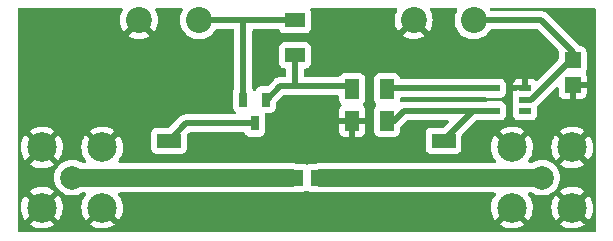
<source format=gtl>
G04 #@! TF.GenerationSoftware,KiCad,Pcbnew,(6.0.7)*
G04 #@! TF.CreationDate,2022-10-20T22:45:04-03:00*
G04 #@! TF.ProjectId,BIAS-T,42494153-2d54-42e6-9b69-6361645f7063,rev?*
G04 #@! TF.SameCoordinates,Original*
G04 #@! TF.FileFunction,Copper,L1,Top*
G04 #@! TF.FilePolarity,Positive*
%FSLAX46Y46*%
G04 Gerber Fmt 4.6, Leading zero omitted, Abs format (unit mm)*
G04 Created by KiCad (PCBNEW (6.0.7)) date 2022-10-20 22:45:04*
%MOMM*%
%LPD*%
G01*
G04 APERTURE LIST*
G04 #@! TA.AperFunction,SMDPad,CuDef*
%ADD10R,0.700000X1.250000*%
G04 #@! TD*
G04 #@! TA.AperFunction,SMDPad,CuDef*
%ADD11R,1.701000X1.208000*%
G04 #@! TD*
G04 #@! TA.AperFunction,SMDPad,CuDef*
%ADD12R,1.410000X1.350000*%
G04 #@! TD*
G04 #@! TA.AperFunction,ComponentPad*
%ADD13C,2.000000*%
G04 #@! TD*
G04 #@! TA.AperFunction,ComponentPad*
%ADD14C,2.500000*%
G04 #@! TD*
G04 #@! TA.AperFunction,SMDPad,CuDef*
%ADD15R,1.000000X0.600000*%
G04 #@! TD*
G04 #@! TA.AperFunction,SMDPad,CuDef*
%ADD16R,1.350000X1.410000*%
G04 #@! TD*
G04 #@! TA.AperFunction,SMDPad,CuDef*
%ADD17R,1.208000X1.701000*%
G04 #@! TD*
G04 #@! TA.AperFunction,ComponentPad*
%ADD18C,2.200000*%
G04 #@! TD*
G04 #@! TA.AperFunction,SMDPad,CuDef*
%ADD19R,2.000000X1.200000*%
G04 #@! TD*
G04 #@! TA.AperFunction,Conductor*
%ADD20C,1.500000*%
G04 #@! TD*
G04 #@! TA.AperFunction,Conductor*
%ADD21C,0.250000*%
G04 #@! TD*
G04 #@! TA.AperFunction,Conductor*
%ADD22C,0.500000*%
G04 #@! TD*
G04 APERTURE END LIST*
D10*
X146619000Y-97933000D03*
X144719000Y-97933000D03*
X145669000Y-99933000D03*
D11*
X149098000Y-91205000D03*
X149098000Y-94163000D03*
D12*
X149065000Y-104521000D03*
X151125000Y-104521000D03*
D13*
X130216500Y-104521000D03*
D14*
X127666500Y-101971000D03*
X127666500Y-107071000D03*
X132766500Y-107071000D03*
X132766500Y-101971000D03*
D15*
X168559000Y-98867000D03*
X168559000Y-97917000D03*
X168559000Y-96967000D03*
X165959000Y-96967000D03*
X165959000Y-98867000D03*
D16*
X172593000Y-96661000D03*
X172593000Y-94601000D03*
D17*
X156882000Y-97028000D03*
X153924000Y-97028000D03*
D18*
X140970000Y-91205000D03*
X135890000Y-91205000D03*
D17*
X153924000Y-99695000D03*
X156882000Y-99695000D03*
D13*
X170011500Y-104521000D03*
D14*
X172561500Y-107071000D03*
X172561500Y-101971000D03*
X167461500Y-101971000D03*
X167461500Y-107071000D03*
D19*
X138430000Y-101397000D03*
X138430000Y-104521000D03*
X161671000Y-101397000D03*
X161671000Y-104521000D03*
D18*
X164211000Y-91205000D03*
X159131000Y-91205000D03*
D20*
X161671000Y-104521000D02*
X170053000Y-104521000D01*
X161671000Y-104521000D02*
X151257000Y-104521000D01*
X138430000Y-104521000D02*
X148717000Y-104521000D01*
X138430000Y-104521000D02*
X130175000Y-104521000D01*
D21*
X130216500Y-104521000D02*
X130175000Y-104521000D01*
X130216500Y-104521000D02*
X130216500Y-104479500D01*
X130216500Y-104479500D02*
X130302000Y-104394000D01*
D22*
X164150000Y-98867000D02*
X158308000Y-98867000D01*
X168559000Y-97917000D02*
X168529000Y-97917000D01*
X172593000Y-93853000D02*
X172593000Y-94615000D01*
X172615000Y-94361000D02*
X172720000Y-94361000D01*
X169059000Y-97917000D02*
X172615000Y-94361000D01*
X157353000Y-99822000D02*
X156845000Y-99822000D01*
X158308000Y-98867000D02*
X157353000Y-99822000D01*
X164211000Y-91186000D02*
X169926000Y-91186000D01*
X168529000Y-97917000D02*
X169059000Y-97917000D01*
X164150000Y-98867000D02*
X161544000Y-101473000D01*
X165959000Y-98867000D02*
X164150000Y-98867000D01*
X169926000Y-91186000D02*
X172593000Y-93853000D01*
X140970000Y-91205000D02*
X149079000Y-91205000D01*
X149079000Y-91205000D02*
X149098000Y-91186000D01*
X144719000Y-97933000D02*
X144719000Y-91252000D01*
X139843000Y-99933000D02*
X138303000Y-101473000D01*
X145669000Y-99933000D02*
X139843000Y-99933000D01*
X149098000Y-94443000D02*
X149098000Y-96647000D01*
X147828000Y-96774000D02*
X146685000Y-97917000D01*
X153797000Y-97028000D02*
X153543000Y-96774000D01*
X153543000Y-96774000D02*
X147828000Y-96774000D01*
X157287000Y-96967000D02*
X157353000Y-96901000D01*
X165959000Y-96967000D02*
X157287000Y-96967000D01*
G04 #@! TA.AperFunction,Conductor*
G36*
X134481167Y-90190502D02*
G01*
X134527660Y-90244158D01*
X134537764Y-90314432D01*
X134520479Y-90362335D01*
X134455417Y-90468506D01*
X134450936Y-90477300D01*
X134357866Y-90701991D01*
X134354817Y-90711376D01*
X134298041Y-90947863D01*
X134296498Y-90957610D01*
X134277416Y-91200070D01*
X134277416Y-91209930D01*
X134296498Y-91452390D01*
X134298041Y-91462137D01*
X134354817Y-91698624D01*
X134357866Y-91708009D01*
X134450936Y-91932700D01*
X134455417Y-91941494D01*
X134574713Y-92136167D01*
X134585170Y-92145627D01*
X134593946Y-92141844D01*
X135800905Y-90934885D01*
X135863217Y-90900859D01*
X135934032Y-90905924D01*
X135979095Y-90934885D01*
X137183010Y-92138800D01*
X137195390Y-92145560D01*
X137203040Y-92139833D01*
X137324583Y-91941494D01*
X137329064Y-91932700D01*
X137422134Y-91708009D01*
X137425183Y-91698624D01*
X137481959Y-91462137D01*
X137483502Y-91452390D01*
X137502584Y-91209930D01*
X137502584Y-91200070D01*
X137483502Y-90957610D01*
X137481959Y-90947863D01*
X137425183Y-90711376D01*
X137422134Y-90701991D01*
X137329064Y-90477300D01*
X137324583Y-90468506D01*
X137259521Y-90362335D01*
X137240983Y-90293802D01*
X137262439Y-90226125D01*
X137317078Y-90180792D01*
X137366954Y-90170500D01*
X139492459Y-90170500D01*
X139560580Y-90190502D01*
X139607073Y-90244158D01*
X139617177Y-90314432D01*
X139599892Y-90362335D01*
X139561270Y-90425360D01*
X139532384Y-90472498D01*
X139530491Y-90477068D01*
X139530489Y-90477072D01*
X139466745Y-90630965D01*
X139435495Y-90706409D01*
X139376391Y-90952597D01*
X139356526Y-91205000D01*
X139376391Y-91457403D01*
X139435495Y-91703591D01*
X139437388Y-91708162D01*
X139437389Y-91708164D01*
X139527916Y-91926715D01*
X139532384Y-91937502D01*
X139664672Y-92153376D01*
X139829102Y-92345898D01*
X140021624Y-92510328D01*
X140237498Y-92642616D01*
X140242068Y-92644509D01*
X140242072Y-92644511D01*
X140466836Y-92737611D01*
X140471409Y-92739505D01*
X140556032Y-92759821D01*
X140712784Y-92797454D01*
X140712790Y-92797455D01*
X140717597Y-92798609D01*
X140970000Y-92818474D01*
X141222403Y-92798609D01*
X141227210Y-92797455D01*
X141227216Y-92797454D01*
X141383968Y-92759821D01*
X141468591Y-92739505D01*
X141473164Y-92737611D01*
X141697928Y-92644511D01*
X141697932Y-92644509D01*
X141702502Y-92642616D01*
X141918376Y-92510328D01*
X142110898Y-92345898D01*
X142275328Y-92153376D01*
X142354815Y-92023665D01*
X142407463Y-91976034D01*
X142462248Y-91963500D01*
X143834500Y-91963500D01*
X143902621Y-91983502D01*
X143949114Y-92037158D01*
X143960500Y-92089500D01*
X143960500Y-96963126D01*
X143940498Y-97031247D01*
X143935339Y-97038673D01*
X143918385Y-97061295D01*
X143867255Y-97197684D01*
X143860500Y-97259866D01*
X143860500Y-98606134D01*
X143867255Y-98668316D01*
X143918385Y-98804705D01*
X144005739Y-98921261D01*
X144012919Y-98926642D01*
X144040982Y-98947674D01*
X144083497Y-99004533D01*
X144088523Y-99075351D01*
X144054463Y-99137645D01*
X143992132Y-99171635D01*
X143965417Y-99174500D01*
X139910070Y-99174500D01*
X139891120Y-99173067D01*
X139876885Y-99170901D01*
X139876881Y-99170901D01*
X139869651Y-99169801D01*
X139862359Y-99170394D01*
X139862356Y-99170394D01*
X139816982Y-99174085D01*
X139806767Y-99174500D01*
X139798707Y-99174500D01*
X139795073Y-99174924D01*
X139795067Y-99174924D01*
X139782042Y-99176443D01*
X139770480Y-99177791D01*
X139766132Y-99178221D01*
X139693364Y-99184140D01*
X139686403Y-99186395D01*
X139680463Y-99187582D01*
X139674588Y-99188971D01*
X139667319Y-99189818D01*
X139598670Y-99214736D01*
X139594542Y-99216153D01*
X139532064Y-99236393D01*
X139532062Y-99236394D01*
X139525101Y-99238649D01*
X139518846Y-99242445D01*
X139513372Y-99244951D01*
X139507942Y-99247670D01*
X139501063Y-99250167D01*
X139494943Y-99254180D01*
X139494942Y-99254180D01*
X139440024Y-99290186D01*
X139436320Y-99292523D01*
X139373893Y-99330405D01*
X139365516Y-99337803D01*
X139365492Y-99337776D01*
X139362500Y-99340429D01*
X139359267Y-99343132D01*
X139353148Y-99347144D01*
X139348116Y-99352456D01*
X139299872Y-99403383D01*
X139297494Y-99405825D01*
X138451724Y-100251595D01*
X138389412Y-100285621D01*
X138362629Y-100288500D01*
X137381866Y-100288500D01*
X137319684Y-100295255D01*
X137183295Y-100346385D01*
X137066739Y-100433739D01*
X136979385Y-100550295D01*
X136928255Y-100686684D01*
X136921500Y-100748866D01*
X136921500Y-102045134D01*
X136928255Y-102107316D01*
X136979385Y-102243705D01*
X137066739Y-102360261D01*
X137183295Y-102447615D01*
X137319684Y-102498745D01*
X137381866Y-102505500D01*
X139478134Y-102505500D01*
X139540316Y-102498745D01*
X139676705Y-102447615D01*
X139793261Y-102360261D01*
X139880615Y-102243705D01*
X139931745Y-102107316D01*
X139938500Y-102045134D01*
X139938500Y-100962371D01*
X139958502Y-100894250D01*
X139975405Y-100873276D01*
X140120276Y-100728405D01*
X140182588Y-100694379D01*
X140209371Y-100691500D01*
X144738618Y-100691500D01*
X144806739Y-100711502D01*
X144853232Y-100765158D01*
X144856599Y-100773269D01*
X144865231Y-100796293D01*
X144868385Y-100804705D01*
X144955739Y-100921261D01*
X145072295Y-101008615D01*
X145208684Y-101059745D01*
X145270866Y-101066500D01*
X146067134Y-101066500D01*
X146129316Y-101059745D01*
X146265705Y-101008615D01*
X146382261Y-100921261D01*
X146469615Y-100804705D01*
X146520745Y-100668316D01*
X146527500Y-100606134D01*
X146527500Y-100590169D01*
X152812001Y-100590169D01*
X152812371Y-100596990D01*
X152817895Y-100647852D01*
X152821521Y-100663104D01*
X152866676Y-100783554D01*
X152875214Y-100799149D01*
X152951715Y-100901224D01*
X152964276Y-100913785D01*
X153066351Y-100990286D01*
X153081946Y-100998824D01*
X153202394Y-101043978D01*
X153217649Y-101047605D01*
X153268514Y-101053131D01*
X153275328Y-101053500D01*
X153651885Y-101053500D01*
X153667124Y-101049025D01*
X153668329Y-101047635D01*
X153670000Y-101039952D01*
X153670000Y-101035384D01*
X154178000Y-101035384D01*
X154182475Y-101050623D01*
X154183865Y-101051828D01*
X154191548Y-101053499D01*
X154572669Y-101053499D01*
X154579490Y-101053129D01*
X154630352Y-101047605D01*
X154645604Y-101043979D01*
X154766054Y-100998824D01*
X154781649Y-100990286D01*
X154883724Y-100913785D01*
X154896285Y-100901224D01*
X154972786Y-100799149D01*
X154981324Y-100783554D01*
X155026478Y-100663106D01*
X155030105Y-100647851D01*
X155035631Y-100596986D01*
X155035813Y-100593634D01*
X155769500Y-100593634D01*
X155776255Y-100655816D01*
X155827385Y-100792205D01*
X155914739Y-100908761D01*
X156031295Y-100996115D01*
X156167684Y-101047245D01*
X156229866Y-101054000D01*
X157534134Y-101054000D01*
X157596316Y-101047245D01*
X157732705Y-100996115D01*
X157849261Y-100908761D01*
X157936615Y-100792205D01*
X157987745Y-100655816D01*
X157994500Y-100593634D01*
X157994500Y-100305371D01*
X158014502Y-100237250D01*
X158031405Y-100216276D01*
X158585276Y-99662405D01*
X158647588Y-99628379D01*
X158674371Y-99625500D01*
X162014629Y-99625500D01*
X162082750Y-99645502D01*
X162129243Y-99699158D01*
X162139347Y-99769432D01*
X162109853Y-99834012D01*
X162103724Y-99840595D01*
X161692724Y-100251595D01*
X161630412Y-100285621D01*
X161603629Y-100288500D01*
X160622866Y-100288500D01*
X160560684Y-100295255D01*
X160424295Y-100346385D01*
X160307739Y-100433739D01*
X160220385Y-100550295D01*
X160169255Y-100686684D01*
X160162500Y-100748866D01*
X160162500Y-102045134D01*
X160169255Y-102107316D01*
X160220385Y-102243705D01*
X160307739Y-102360261D01*
X160424295Y-102447615D01*
X160560684Y-102498745D01*
X160622866Y-102505500D01*
X162719134Y-102505500D01*
X162781316Y-102498745D01*
X162917705Y-102447615D01*
X163034261Y-102360261D01*
X163121615Y-102243705D01*
X163172745Y-102107316D01*
X163179500Y-102045134D01*
X163179500Y-100962371D01*
X163199502Y-100894250D01*
X163216405Y-100873276D01*
X163529878Y-100559803D01*
X166414716Y-100559803D01*
X166419289Y-100569579D01*
X167448688Y-101598978D01*
X167462632Y-101606592D01*
X167464465Y-101606461D01*
X167471080Y-101602210D01*
X168499919Y-100573371D01*
X168506303Y-100561681D01*
X168504844Y-100559803D01*
X171514716Y-100559803D01*
X171519289Y-100569579D01*
X172548688Y-101598978D01*
X172562632Y-101606592D01*
X172564465Y-101606461D01*
X172571080Y-101602210D01*
X173599919Y-100573371D01*
X173606303Y-100561681D01*
X173596891Y-100549570D01*
X173460093Y-100454670D01*
X173452065Y-100449942D01*
X173226093Y-100338505D01*
X173217460Y-100335017D01*
X172977498Y-100258205D01*
X172968438Y-100256029D01*
X172719760Y-100215529D01*
X172710473Y-100214717D01*
X172458553Y-100211419D01*
X172449242Y-100211989D01*
X172199597Y-100245964D01*
X172190478Y-100247902D01*
X171948598Y-100318404D01*
X171939867Y-100321667D01*
X171711058Y-100427151D01*
X171702906Y-100431670D01*
X171523853Y-100549062D01*
X171514716Y-100559803D01*
X168504844Y-100559803D01*
X168496891Y-100549570D01*
X168360093Y-100454670D01*
X168352065Y-100449942D01*
X168126093Y-100338505D01*
X168117460Y-100335017D01*
X167877498Y-100258205D01*
X167868438Y-100256029D01*
X167619760Y-100215529D01*
X167610473Y-100214717D01*
X167358553Y-100211419D01*
X167349242Y-100211989D01*
X167099597Y-100245964D01*
X167090478Y-100247902D01*
X166848598Y-100318404D01*
X166839867Y-100321667D01*
X166611058Y-100427151D01*
X166602906Y-100431670D01*
X166423853Y-100549062D01*
X166414716Y-100559803D01*
X163529878Y-100559803D01*
X164427276Y-99662405D01*
X164489588Y-99628379D01*
X164516371Y-99625500D01*
X165210487Y-99625500D01*
X165254716Y-99633518D01*
X165341289Y-99665973D01*
X165341291Y-99665973D01*
X165348684Y-99668745D01*
X165356532Y-99669598D01*
X165356534Y-99669598D01*
X165407469Y-99675131D01*
X165410866Y-99675500D01*
X166507134Y-99675500D01*
X166569316Y-99668745D01*
X166705705Y-99617615D01*
X166822261Y-99530261D01*
X166909615Y-99413705D01*
X166960745Y-99277316D01*
X166967500Y-99215134D01*
X166967500Y-98518866D01*
X166960745Y-98456684D01*
X166909615Y-98320295D01*
X166822261Y-98203739D01*
X166705705Y-98116385D01*
X166569316Y-98065255D01*
X166507134Y-98058500D01*
X165410866Y-98058500D01*
X165407469Y-98058869D01*
X165356534Y-98064402D01*
X165356532Y-98064402D01*
X165348684Y-98065255D01*
X165341291Y-98068027D01*
X165341289Y-98068027D01*
X165254716Y-98100482D01*
X165210487Y-98108500D01*
X164217070Y-98108500D01*
X164198120Y-98107067D01*
X164183885Y-98104901D01*
X164183881Y-98104901D01*
X164176651Y-98103801D01*
X164169359Y-98104394D01*
X164169356Y-98104394D01*
X164123982Y-98108085D01*
X164113767Y-98108500D01*
X158375070Y-98108500D01*
X158356120Y-98107067D01*
X158341885Y-98104901D01*
X158341881Y-98104901D01*
X158334651Y-98103801D01*
X158327359Y-98104394D01*
X158327356Y-98104394D01*
X158281982Y-98108085D01*
X158271767Y-98108500D01*
X158263707Y-98108500D01*
X158260073Y-98108924D01*
X158260067Y-98108924D01*
X158247042Y-98110443D01*
X158235480Y-98111791D01*
X158231132Y-98112221D01*
X158158364Y-98118140D01*
X158151402Y-98120396D01*
X158145449Y-98121585D01*
X158142290Y-98122332D01*
X158140078Y-98122214D01*
X158133181Y-98123717D01*
X158132707Y-98123773D01*
X158132257Y-98123825D01*
X158132020Y-98121782D01*
X158071395Y-98118538D01*
X158013805Y-98077018D01*
X157987805Y-98010953D01*
X157988040Y-97986105D01*
X157994131Y-97930033D01*
X157994131Y-97930029D01*
X157994500Y-97926634D01*
X157994500Y-97851500D01*
X158014502Y-97783379D01*
X158068158Y-97736886D01*
X158120500Y-97725500D01*
X165210487Y-97725500D01*
X165254716Y-97733518D01*
X165341289Y-97765973D01*
X165341291Y-97765973D01*
X165348684Y-97768745D01*
X165356532Y-97769598D01*
X165356534Y-97769598D01*
X165407469Y-97775131D01*
X165410866Y-97775500D01*
X166507134Y-97775500D01*
X166569316Y-97768745D01*
X166705705Y-97717615D01*
X166822261Y-97630261D01*
X166909615Y-97513705D01*
X166960745Y-97377316D01*
X166967500Y-97315134D01*
X166967500Y-96694885D01*
X167551000Y-96694885D01*
X167555475Y-96710124D01*
X167556865Y-96711329D01*
X167564548Y-96713000D01*
X168286885Y-96713000D01*
X168302124Y-96708525D01*
X168303329Y-96707135D01*
X168305000Y-96699452D01*
X168305000Y-96177116D01*
X168300525Y-96161877D01*
X168299135Y-96160672D01*
X168291452Y-96159001D01*
X168014331Y-96159001D01*
X168007510Y-96159371D01*
X167956648Y-96164895D01*
X167941396Y-96168521D01*
X167820946Y-96213676D01*
X167805351Y-96222214D01*
X167703276Y-96298715D01*
X167690715Y-96311276D01*
X167614214Y-96413351D01*
X167605676Y-96428946D01*
X167560522Y-96549394D01*
X167556895Y-96564649D01*
X167551369Y-96615514D01*
X167551000Y-96622328D01*
X167551000Y-96694885D01*
X166967500Y-96694885D01*
X166967500Y-96618866D01*
X166960745Y-96556684D01*
X166909615Y-96420295D01*
X166822261Y-96303739D01*
X166705705Y-96216385D01*
X166569316Y-96165255D01*
X166507134Y-96158500D01*
X165410866Y-96158500D01*
X165407469Y-96158869D01*
X165356534Y-96164402D01*
X165356532Y-96164402D01*
X165348684Y-96165255D01*
X165341291Y-96168027D01*
X165341289Y-96168027D01*
X165254716Y-96200482D01*
X165210487Y-96208500D01*
X158116150Y-96208500D01*
X158048029Y-96188498D01*
X158001536Y-96134842D01*
X157990887Y-96096107D01*
X157988599Y-96075040D01*
X157988598Y-96075036D01*
X157987745Y-96067184D01*
X157936615Y-95930795D01*
X157849261Y-95814239D01*
X157732705Y-95726885D01*
X157596316Y-95675755D01*
X157534134Y-95669000D01*
X156229866Y-95669000D01*
X156167684Y-95675755D01*
X156031295Y-95726885D01*
X155914739Y-95814239D01*
X155827385Y-95930795D01*
X155776255Y-96067184D01*
X155769500Y-96129366D01*
X155769500Y-97926634D01*
X155776255Y-97988816D01*
X155827385Y-98125205D01*
X155914739Y-98241761D01*
X155939975Y-98260674D01*
X155982490Y-98317532D01*
X155987516Y-98388351D01*
X155953457Y-98450644D01*
X155939979Y-98462322D01*
X155914739Y-98481239D01*
X155827385Y-98597795D01*
X155776255Y-98734184D01*
X155769500Y-98796366D01*
X155769500Y-100593634D01*
X155035813Y-100593634D01*
X155036000Y-100590172D01*
X155036000Y-99967115D01*
X155031525Y-99951876D01*
X155030135Y-99950671D01*
X155022452Y-99949000D01*
X154196115Y-99949000D01*
X154180876Y-99953475D01*
X154179671Y-99954865D01*
X154178000Y-99962548D01*
X154178000Y-101035384D01*
X153670000Y-101035384D01*
X153670000Y-99967115D01*
X153665525Y-99951876D01*
X153664135Y-99950671D01*
X153656452Y-99949000D01*
X152830116Y-99949000D01*
X152814877Y-99953475D01*
X152813672Y-99954865D01*
X152812001Y-99962548D01*
X152812001Y-100590169D01*
X146527500Y-100590169D01*
X146527500Y-99259866D01*
X146521660Y-99206108D01*
X146534188Y-99136225D01*
X146582509Y-99084210D01*
X146646923Y-99066500D01*
X147017134Y-99066500D01*
X147079316Y-99059745D01*
X147215705Y-99008615D01*
X147332261Y-98921261D01*
X147419615Y-98804705D01*
X147470745Y-98668316D01*
X147477500Y-98606134D01*
X147477500Y-98249371D01*
X147497502Y-98181250D01*
X147514405Y-98160276D01*
X148105276Y-97569405D01*
X148167588Y-97535379D01*
X148194371Y-97532500D01*
X152685500Y-97532500D01*
X152753621Y-97552502D01*
X152800114Y-97606158D01*
X152811500Y-97658500D01*
X152811500Y-97926634D01*
X152818255Y-97988816D01*
X152869385Y-98125205D01*
X152956739Y-98241761D01*
X152963918Y-98247141D01*
X152963919Y-98247142D01*
X152982391Y-98260986D01*
X153024906Y-98317845D01*
X153029932Y-98388663D01*
X152995872Y-98450957D01*
X152982392Y-98462637D01*
X152964278Y-98476213D01*
X152951715Y-98488776D01*
X152875214Y-98590851D01*
X152866676Y-98606446D01*
X152821522Y-98726894D01*
X152817895Y-98742149D01*
X152812369Y-98793014D01*
X152812000Y-98799828D01*
X152812000Y-99422885D01*
X152816475Y-99438124D01*
X152817865Y-99439329D01*
X152825548Y-99441000D01*
X155017884Y-99441000D01*
X155033123Y-99436525D01*
X155034328Y-99435135D01*
X155035999Y-99427452D01*
X155035999Y-98799831D01*
X155035629Y-98793010D01*
X155030105Y-98742148D01*
X155026479Y-98726896D01*
X154981324Y-98606446D01*
X154972786Y-98590851D01*
X154896285Y-98488776D01*
X154883722Y-98476213D01*
X154865608Y-98462637D01*
X154823093Y-98405778D01*
X154818069Y-98334959D01*
X154852129Y-98272666D01*
X154865609Y-98260986D01*
X154884081Y-98247142D01*
X154884082Y-98247141D01*
X154891261Y-98241761D01*
X154978615Y-98125205D01*
X155029745Y-97988816D01*
X155036500Y-97926634D01*
X155036500Y-96129366D01*
X155029745Y-96067184D01*
X154978615Y-95930795D01*
X154891261Y-95814239D01*
X154774705Y-95726885D01*
X154638316Y-95675755D01*
X154576134Y-95669000D01*
X153271866Y-95669000D01*
X153209684Y-95675755D01*
X153073295Y-95726885D01*
X152956739Y-95814239D01*
X152869385Y-95930795D01*
X152866233Y-95939203D01*
X152861923Y-95947075D01*
X152859326Y-95945653D01*
X152825652Y-95990488D01*
X152759093Y-96015193D01*
X152750303Y-96015500D01*
X149982500Y-96015500D01*
X149914379Y-95995498D01*
X149867886Y-95941842D01*
X149856500Y-95889500D01*
X149856500Y-95401500D01*
X149876502Y-95333379D01*
X149930158Y-95286886D01*
X149982500Y-95275500D01*
X149996634Y-95275500D01*
X150058816Y-95268745D01*
X150195205Y-95217615D01*
X150311761Y-95130261D01*
X150399115Y-95013705D01*
X150450245Y-94877316D01*
X150457000Y-94815134D01*
X150457000Y-93510866D01*
X150450245Y-93448684D01*
X150399115Y-93312295D01*
X150311761Y-93195739D01*
X150195205Y-93108385D01*
X150058816Y-93057255D01*
X149996634Y-93050500D01*
X148199366Y-93050500D01*
X148137184Y-93057255D01*
X148000795Y-93108385D01*
X147884239Y-93195739D01*
X147796885Y-93312295D01*
X147745755Y-93448684D01*
X147739000Y-93510866D01*
X147739000Y-94815134D01*
X147745755Y-94877316D01*
X147796885Y-95013705D01*
X147884239Y-95130261D01*
X148000795Y-95217615D01*
X148137184Y-95268745D01*
X148199366Y-95275500D01*
X148213500Y-95275500D01*
X148281621Y-95295502D01*
X148328114Y-95349158D01*
X148339500Y-95401500D01*
X148339500Y-95889500D01*
X148319498Y-95957621D01*
X148265842Y-96004114D01*
X148213500Y-96015500D01*
X147895070Y-96015500D01*
X147876120Y-96014067D01*
X147861885Y-96011901D01*
X147861881Y-96011901D01*
X147854651Y-96010801D01*
X147847359Y-96011394D01*
X147847356Y-96011394D01*
X147801982Y-96015085D01*
X147791767Y-96015500D01*
X147783707Y-96015500D01*
X147770417Y-96017049D01*
X147755493Y-96018789D01*
X147751118Y-96019222D01*
X147685661Y-96024546D01*
X147685658Y-96024547D01*
X147678363Y-96025140D01*
X147671399Y-96027396D01*
X147665440Y-96028587D01*
X147659585Y-96029971D01*
X147652319Y-96030818D01*
X147583673Y-96055735D01*
X147579545Y-96057152D01*
X147517064Y-96077393D01*
X147517062Y-96077394D01*
X147510101Y-96079649D01*
X147503846Y-96083445D01*
X147498372Y-96085951D01*
X147492942Y-96088670D01*
X147486063Y-96091167D01*
X147479943Y-96095180D01*
X147479942Y-96095180D01*
X147425024Y-96131186D01*
X147421320Y-96133523D01*
X147358893Y-96171405D01*
X147350516Y-96178803D01*
X147350492Y-96178776D01*
X147347500Y-96181429D01*
X147344267Y-96184132D01*
X147338148Y-96188144D01*
X147314381Y-96213233D01*
X147284872Y-96244383D01*
X147282494Y-96246825D01*
X146766724Y-96762595D01*
X146704412Y-96796621D01*
X146677629Y-96799500D01*
X146220866Y-96799500D01*
X146158684Y-96806255D01*
X146022295Y-96857385D01*
X145905739Y-96944739D01*
X145818385Y-97061295D01*
X145815233Y-97069703D01*
X145786982Y-97145062D01*
X145744340Y-97201826D01*
X145677779Y-97226526D01*
X145608430Y-97211319D01*
X145558312Y-97161033D01*
X145551018Y-97145062D01*
X145522767Y-97069703D01*
X145519615Y-97061295D01*
X145502673Y-97038689D01*
X145477826Y-96972185D01*
X145477500Y-96963126D01*
X145477500Y-92510390D01*
X158190440Y-92510390D01*
X158196167Y-92518040D01*
X158394506Y-92639583D01*
X158403300Y-92644064D01*
X158627991Y-92737134D01*
X158637376Y-92740183D01*
X158873863Y-92796959D01*
X158883610Y-92798502D01*
X159126070Y-92817584D01*
X159135930Y-92817584D01*
X159378390Y-92798502D01*
X159388137Y-92796959D01*
X159624624Y-92740183D01*
X159634009Y-92737134D01*
X159858700Y-92644064D01*
X159867494Y-92639583D01*
X160062167Y-92520287D01*
X160071627Y-92509830D01*
X160067844Y-92501054D01*
X159143812Y-91577022D01*
X159129868Y-91569408D01*
X159128035Y-91569539D01*
X159121420Y-91573790D01*
X158197200Y-92498010D01*
X158190440Y-92510390D01*
X145477500Y-92510390D01*
X145477500Y-92089500D01*
X145497502Y-92021379D01*
X145551158Y-91974886D01*
X145603500Y-91963500D01*
X147674991Y-91963500D01*
X147743112Y-91983502D01*
X147789605Y-92037158D01*
X147792971Y-92045266D01*
X147793733Y-92047297D01*
X147796885Y-92055705D01*
X147802265Y-92062884D01*
X147802267Y-92062887D01*
X147861443Y-92141844D01*
X147884239Y-92172261D01*
X148000795Y-92259615D01*
X148137184Y-92310745D01*
X148199366Y-92317500D01*
X149996634Y-92317500D01*
X150058816Y-92310745D01*
X150195205Y-92259615D01*
X150311761Y-92172261D01*
X150399115Y-92055705D01*
X150450245Y-91919316D01*
X150457000Y-91857134D01*
X150457000Y-90552866D01*
X150450245Y-90490684D01*
X150399115Y-90354295D01*
X150398327Y-90353244D01*
X150383981Y-90287654D01*
X150408716Y-90221105D01*
X150465504Y-90178494D01*
X150509670Y-90170500D01*
X157654046Y-90170500D01*
X157722167Y-90190502D01*
X157768660Y-90244158D01*
X157778764Y-90314432D01*
X157761479Y-90362335D01*
X157696417Y-90468506D01*
X157691936Y-90477300D01*
X157598866Y-90701991D01*
X157595817Y-90711376D01*
X157539041Y-90947863D01*
X157537498Y-90957610D01*
X157518416Y-91200070D01*
X157518416Y-91209930D01*
X157537498Y-91452390D01*
X157539041Y-91462137D01*
X157595817Y-91698624D01*
X157598866Y-91708009D01*
X157691936Y-91932700D01*
X157696417Y-91941494D01*
X157815713Y-92136167D01*
X157826170Y-92145627D01*
X157834946Y-92141844D01*
X159041905Y-90934885D01*
X159104217Y-90900859D01*
X159175032Y-90905924D01*
X159220095Y-90934885D01*
X160424010Y-92138800D01*
X160436390Y-92145560D01*
X160444040Y-92139833D01*
X160565583Y-91941494D01*
X160570064Y-91932700D01*
X160663134Y-91708009D01*
X160666183Y-91698624D01*
X160722959Y-91462137D01*
X160724502Y-91452390D01*
X160743584Y-91209930D01*
X160743584Y-91200070D01*
X160724502Y-90957610D01*
X160722959Y-90947863D01*
X160666183Y-90711376D01*
X160663134Y-90701991D01*
X160570064Y-90477300D01*
X160565583Y-90468506D01*
X160500521Y-90362335D01*
X160481983Y-90293802D01*
X160503439Y-90226125D01*
X160558078Y-90180792D01*
X160607954Y-90170500D01*
X162733459Y-90170500D01*
X162801580Y-90190502D01*
X162848073Y-90244158D01*
X162858177Y-90314432D01*
X162840892Y-90362335D01*
X162802270Y-90425360D01*
X162773384Y-90472498D01*
X162771491Y-90477068D01*
X162771489Y-90477072D01*
X162707745Y-90630965D01*
X162676495Y-90706409D01*
X162617391Y-90952597D01*
X162597526Y-91205000D01*
X162617391Y-91457403D01*
X162676495Y-91703591D01*
X162678388Y-91708162D01*
X162678389Y-91708164D01*
X162768916Y-91926715D01*
X162773384Y-91937502D01*
X162905672Y-92153376D01*
X163070102Y-92345898D01*
X163262624Y-92510328D01*
X163478498Y-92642616D01*
X163483068Y-92644509D01*
X163483072Y-92644511D01*
X163707836Y-92737611D01*
X163712409Y-92739505D01*
X163797032Y-92759821D01*
X163953784Y-92797454D01*
X163953790Y-92797455D01*
X163958597Y-92798609D01*
X164211000Y-92818474D01*
X164463403Y-92798609D01*
X164468210Y-92797455D01*
X164468216Y-92797454D01*
X164624968Y-92759821D01*
X164709591Y-92739505D01*
X164714164Y-92737611D01*
X164938928Y-92644511D01*
X164938932Y-92644509D01*
X164943502Y-92642616D01*
X165159376Y-92510328D01*
X165351898Y-92345898D01*
X165516328Y-92153376D01*
X165518910Y-92149162D01*
X165518917Y-92149153D01*
X165607460Y-92004665D01*
X165660107Y-91957034D01*
X165714892Y-91944500D01*
X169559629Y-91944500D01*
X169627750Y-91964502D01*
X169648724Y-91981405D01*
X171377168Y-93709849D01*
X171411194Y-93772161D01*
X171413336Y-93812551D01*
X171409500Y-93847866D01*
X171409500Y-94441629D01*
X171389498Y-94509750D01*
X171372595Y-94530724D01*
X169598759Y-96304560D01*
X169536447Y-96338586D01*
X169465632Y-96333521D01*
X169420569Y-96304560D01*
X169414724Y-96298715D01*
X169312649Y-96222214D01*
X169297054Y-96213676D01*
X169176606Y-96168522D01*
X169161351Y-96164895D01*
X169110486Y-96159369D01*
X169103672Y-96159000D01*
X168831115Y-96159000D01*
X168815876Y-96163475D01*
X168814671Y-96164865D01*
X168813000Y-96172548D01*
X168813000Y-96982500D01*
X168792998Y-97050621D01*
X168739342Y-97097114D01*
X168687000Y-97108500D01*
X168010866Y-97108500D01*
X167948684Y-97115255D01*
X167812295Y-97166385D01*
X167780405Y-97190285D01*
X167773012Y-97195826D01*
X167706506Y-97220674D01*
X167697447Y-97221000D01*
X167569116Y-97221000D01*
X167553877Y-97225475D01*
X167552672Y-97226865D01*
X167551001Y-97234548D01*
X167551001Y-97311669D01*
X167551371Y-97318490D01*
X167556895Y-97369352D01*
X167560521Y-97384603D01*
X167565190Y-97397058D01*
X167570373Y-97467865D01*
X167565192Y-97485512D01*
X167557255Y-97506684D01*
X167550500Y-97568866D01*
X167550500Y-98265134D01*
X167557255Y-98327316D01*
X167564923Y-98347770D01*
X167570106Y-98418577D01*
X167564923Y-98436229D01*
X167557255Y-98456684D01*
X167550500Y-98518866D01*
X167550500Y-99215134D01*
X167557255Y-99277316D01*
X167608385Y-99413705D01*
X167695739Y-99530261D01*
X167812295Y-99617615D01*
X167948684Y-99668745D01*
X168010866Y-99675500D01*
X169107134Y-99675500D01*
X169169316Y-99668745D01*
X169305705Y-99617615D01*
X169422261Y-99530261D01*
X169509615Y-99413705D01*
X169560745Y-99277316D01*
X169567500Y-99215134D01*
X169567500Y-98533377D01*
X169587502Y-98465256D01*
X169601848Y-98446913D01*
X169601948Y-98446807D01*
X169604505Y-98444176D01*
X171194905Y-96853776D01*
X171257217Y-96819750D01*
X171328032Y-96824815D01*
X171384868Y-96867362D01*
X171409679Y-96933882D01*
X171410000Y-96942871D01*
X171410001Y-97410669D01*
X171410371Y-97417490D01*
X171415895Y-97468352D01*
X171419521Y-97483604D01*
X171464676Y-97604054D01*
X171473214Y-97619649D01*
X171549715Y-97721724D01*
X171562276Y-97734285D01*
X171664351Y-97810786D01*
X171679946Y-97819324D01*
X171800394Y-97864478D01*
X171815649Y-97868105D01*
X171866514Y-97873631D01*
X171873328Y-97874000D01*
X172320885Y-97874000D01*
X172336124Y-97869525D01*
X172337329Y-97868135D01*
X172339000Y-97860452D01*
X172339000Y-97855884D01*
X172847000Y-97855884D01*
X172851475Y-97871123D01*
X172852865Y-97872328D01*
X172860548Y-97873999D01*
X173312669Y-97873999D01*
X173319490Y-97873629D01*
X173370352Y-97868105D01*
X173385604Y-97864479D01*
X173506054Y-97819324D01*
X173521649Y-97810786D01*
X173623724Y-97734285D01*
X173636285Y-97721724D01*
X173712786Y-97619649D01*
X173721324Y-97604054D01*
X173766478Y-97483606D01*
X173770105Y-97468351D01*
X173775631Y-97417486D01*
X173776000Y-97410672D01*
X173776000Y-96933115D01*
X173771525Y-96917876D01*
X173770135Y-96916671D01*
X173762452Y-96915000D01*
X172865115Y-96915000D01*
X172849876Y-96919475D01*
X172848671Y-96920865D01*
X172847000Y-96928548D01*
X172847000Y-97855884D01*
X172339000Y-97855884D01*
X172339000Y-96533000D01*
X172359002Y-96464879D01*
X172412658Y-96418386D01*
X172465000Y-96407000D01*
X173757884Y-96407000D01*
X173773123Y-96402525D01*
X173774328Y-96401135D01*
X173775999Y-96393452D01*
X173775999Y-95911331D01*
X173775629Y-95904510D01*
X173770105Y-95853648D01*
X173766479Y-95838396D01*
X173721324Y-95717946D01*
X173708478Y-95694483D01*
X173711060Y-95693069D01*
X173691409Y-95640488D01*
X173706455Y-95571104D01*
X173710744Y-95564431D01*
X173713230Y-95559890D01*
X173718615Y-95552705D01*
X173769745Y-95416316D01*
X173776500Y-95354134D01*
X173776500Y-93847866D01*
X173769745Y-93785684D01*
X173718615Y-93649295D01*
X173631261Y-93532739D01*
X173514705Y-93445385D01*
X173378316Y-93394255D01*
X173316134Y-93387500D01*
X173254768Y-93387500D01*
X173186647Y-93367498D01*
X173168115Y-93352972D01*
X173122617Y-93309871D01*
X173120175Y-93307494D01*
X170509770Y-90697089D01*
X170497384Y-90682677D01*
X170488851Y-90671082D01*
X170488846Y-90671077D01*
X170484508Y-90665182D01*
X170478930Y-90660443D01*
X170478927Y-90660440D01*
X170444232Y-90630965D01*
X170436716Y-90624035D01*
X170431021Y-90618340D01*
X170424880Y-90613482D01*
X170408749Y-90600719D01*
X170405345Y-90597928D01*
X170355297Y-90555409D01*
X170355295Y-90555408D01*
X170349715Y-90550667D01*
X170343199Y-90547339D01*
X170338150Y-90543972D01*
X170333021Y-90540805D01*
X170327284Y-90536266D01*
X170261125Y-90505345D01*
X170257225Y-90503439D01*
X170232246Y-90490684D01*
X170192192Y-90470231D01*
X170185084Y-90468492D01*
X170179441Y-90466393D01*
X170173678Y-90464476D01*
X170167050Y-90461378D01*
X170095583Y-90446513D01*
X170091299Y-90445543D01*
X170020390Y-90428192D01*
X170014788Y-90427844D01*
X170014785Y-90427844D01*
X170009236Y-90427500D01*
X170009238Y-90427464D01*
X170005245Y-90427225D01*
X170001053Y-90426851D01*
X169993885Y-90425360D01*
X169927675Y-90427151D01*
X169916479Y-90427454D01*
X169913072Y-90427500D01*
X165691605Y-90427500D01*
X165623484Y-90407498D01*
X165584172Y-90367335D01*
X165581108Y-90362335D01*
X165562570Y-90293801D01*
X165584026Y-90226125D01*
X165638666Y-90180792D01*
X165688541Y-90170500D01*
X174460500Y-90170500D01*
X174528621Y-90190502D01*
X174575114Y-90244158D01*
X174586500Y-90296500D01*
X174586500Y-109027500D01*
X174566498Y-109095621D01*
X174512842Y-109142114D01*
X174460500Y-109153500D01*
X125729500Y-109153500D01*
X125661379Y-109133498D01*
X125614886Y-109079842D01*
X125603500Y-109027500D01*
X125603500Y-108480133D01*
X126622112Y-108480133D01*
X126630825Y-108491653D01*
X126728518Y-108563284D01*
X126736428Y-108568227D01*
X126959390Y-108685533D01*
X126967953Y-108689256D01*
X127205804Y-108772318D01*
X127214813Y-108774732D01*
X127462342Y-108821727D01*
X127471598Y-108822781D01*
X127723357Y-108832673D01*
X127732671Y-108832347D01*
X127983115Y-108804920D01*
X127992292Y-108803219D01*
X128235931Y-108739074D01*
X128244751Y-108736037D01*
X128476236Y-108636583D01*
X128484508Y-108632276D01*
X128698749Y-108499700D01*
X128705688Y-108494658D01*
X128714018Y-108482019D01*
X128712914Y-108480133D01*
X131722112Y-108480133D01*
X131730825Y-108491653D01*
X131828518Y-108563284D01*
X131836428Y-108568227D01*
X132059390Y-108685533D01*
X132067953Y-108689256D01*
X132305804Y-108772318D01*
X132314813Y-108774732D01*
X132562342Y-108821727D01*
X132571598Y-108822781D01*
X132823357Y-108832673D01*
X132832671Y-108832347D01*
X133083115Y-108804920D01*
X133092292Y-108803219D01*
X133335931Y-108739074D01*
X133344751Y-108736037D01*
X133576236Y-108636583D01*
X133584508Y-108632276D01*
X133798749Y-108499700D01*
X133805688Y-108494658D01*
X133814018Y-108482019D01*
X133812914Y-108480133D01*
X166417112Y-108480133D01*
X166425825Y-108491653D01*
X166523518Y-108563284D01*
X166531428Y-108568227D01*
X166754390Y-108685533D01*
X166762953Y-108689256D01*
X167000804Y-108772318D01*
X167009813Y-108774732D01*
X167257342Y-108821727D01*
X167266598Y-108822781D01*
X167518357Y-108832673D01*
X167527671Y-108832347D01*
X167778115Y-108804920D01*
X167787292Y-108803219D01*
X168030931Y-108739074D01*
X168039751Y-108736037D01*
X168271236Y-108636583D01*
X168279508Y-108632276D01*
X168493749Y-108499700D01*
X168500688Y-108494658D01*
X168509018Y-108482019D01*
X168507914Y-108480133D01*
X171517112Y-108480133D01*
X171525825Y-108491653D01*
X171623518Y-108563284D01*
X171631428Y-108568227D01*
X171854390Y-108685533D01*
X171862953Y-108689256D01*
X172100804Y-108772318D01*
X172109813Y-108774732D01*
X172357342Y-108821727D01*
X172366598Y-108822781D01*
X172618357Y-108832673D01*
X172627671Y-108832347D01*
X172878115Y-108804920D01*
X172887292Y-108803219D01*
X173130931Y-108739074D01*
X173139751Y-108736037D01*
X173371236Y-108636583D01*
X173379508Y-108632276D01*
X173593749Y-108499700D01*
X173600688Y-108494658D01*
X173609018Y-108482019D01*
X173602956Y-108471666D01*
X172574312Y-107443022D01*
X172560368Y-107435408D01*
X172558535Y-107435539D01*
X172551920Y-107439790D01*
X171523770Y-108467940D01*
X171517112Y-108480133D01*
X168507914Y-108480133D01*
X168502956Y-108471666D01*
X167474312Y-107443022D01*
X167460368Y-107435408D01*
X167458535Y-107435539D01*
X167451920Y-107439790D01*
X166423770Y-108467940D01*
X166417112Y-108480133D01*
X133812914Y-108480133D01*
X133807956Y-108471666D01*
X132779312Y-107443022D01*
X132765368Y-107435408D01*
X132763535Y-107435539D01*
X132756920Y-107439790D01*
X131728770Y-108467940D01*
X131722112Y-108480133D01*
X128712914Y-108480133D01*
X128707956Y-108471666D01*
X127679312Y-107443022D01*
X127665368Y-107435408D01*
X127663535Y-107435539D01*
X127656920Y-107439790D01*
X126628770Y-108467940D01*
X126622112Y-108480133D01*
X125603500Y-108480133D01*
X125603500Y-107029523D01*
X125904398Y-107029523D01*
X125916487Y-107281175D01*
X125917624Y-107290435D01*
X125966774Y-107537535D01*
X125969268Y-107546528D01*
X126054400Y-107783639D01*
X126058200Y-107792174D01*
X126177446Y-108014101D01*
X126182457Y-108021968D01*
X126245946Y-108106990D01*
X126257204Y-108115439D01*
X126269623Y-108108667D01*
X127294478Y-107083812D01*
X127300856Y-107072132D01*
X128030908Y-107072132D01*
X128031039Y-107073965D01*
X128035290Y-107080580D01*
X129066413Y-108111703D01*
X129078793Y-108118463D01*
X129087134Y-108112219D01*
X129213265Y-107916127D01*
X129217712Y-107907936D01*
X129321191Y-107678222D01*
X129324382Y-107669455D01*
X129392769Y-107426976D01*
X129394629Y-107417834D01*
X129426616Y-107166396D01*
X129427097Y-107160108D01*
X129429347Y-107074160D01*
X129429196Y-107067851D01*
X129410412Y-106815074D01*
X129409036Y-106805868D01*
X129353429Y-106560126D01*
X129350705Y-106551215D01*
X129259388Y-106316392D01*
X129255377Y-106307983D01*
X129130354Y-106089240D01*
X129125143Y-106081514D01*
X129087891Y-106034261D01*
X129075966Y-106025790D01*
X129064434Y-106032276D01*
X128038522Y-107058188D01*
X128030908Y-107072132D01*
X127300856Y-107072132D01*
X127302092Y-107069868D01*
X127301961Y-107068035D01*
X127297710Y-107061420D01*
X126267821Y-106031531D01*
X126254513Y-106024264D01*
X126244474Y-106031386D01*
X126234261Y-106043666D01*
X126228846Y-106051258D01*
X126098146Y-106266646D01*
X126093908Y-106274963D01*
X125996481Y-106507299D01*
X125993520Y-106516149D01*
X125931506Y-106760331D01*
X125929884Y-106769528D01*
X125904643Y-107020198D01*
X125904398Y-107029523D01*
X125603500Y-107029523D01*
X125603500Y-105659803D01*
X126619716Y-105659803D01*
X126624289Y-105669579D01*
X127653688Y-106698978D01*
X127667632Y-106706592D01*
X127669465Y-106706461D01*
X127676080Y-106702210D01*
X128704919Y-105673371D01*
X128711303Y-105661681D01*
X128701891Y-105649570D01*
X128565093Y-105554670D01*
X128557065Y-105549942D01*
X128331093Y-105438505D01*
X128322460Y-105435017D01*
X128082498Y-105358205D01*
X128073438Y-105356029D01*
X127824760Y-105315529D01*
X127815473Y-105314717D01*
X127563553Y-105311419D01*
X127554242Y-105311989D01*
X127304597Y-105345964D01*
X127295478Y-105347902D01*
X127053598Y-105418404D01*
X127044867Y-105421667D01*
X126816058Y-105527151D01*
X126807906Y-105531670D01*
X126628853Y-105649062D01*
X126619716Y-105659803D01*
X125603500Y-105659803D01*
X125603500Y-104521000D01*
X128703335Y-104521000D01*
X128721965Y-104757711D01*
X128777395Y-104988594D01*
X128868260Y-105207963D01*
X128870846Y-105212183D01*
X128989741Y-105406202D01*
X128989745Y-105406208D01*
X128992324Y-105410416D01*
X129146531Y-105590969D01*
X129327084Y-105745176D01*
X129331292Y-105747755D01*
X129331298Y-105747759D01*
X129503294Y-105853158D01*
X129529537Y-105869240D01*
X129534107Y-105871133D01*
X129534111Y-105871135D01*
X129744333Y-105958211D01*
X129748906Y-105960105D01*
X129829109Y-105979360D01*
X129974976Y-106014380D01*
X129974982Y-106014381D01*
X129979789Y-106015535D01*
X130216500Y-106034165D01*
X130453211Y-106015535D01*
X130458018Y-106014381D01*
X130458024Y-106014380D01*
X130603891Y-105979360D01*
X130684094Y-105960105D01*
X130688667Y-105958211D01*
X130898889Y-105871135D01*
X130898893Y-105871133D01*
X130903463Y-105869240D01*
X130907683Y-105866654D01*
X130907693Y-105866649D01*
X131019606Y-105798068D01*
X131085441Y-105779500D01*
X131285290Y-105779500D01*
X131353411Y-105799502D01*
X131399904Y-105853158D01*
X131410008Y-105923432D01*
X131382164Y-105986069D01*
X131334261Y-106043666D01*
X131328846Y-106051258D01*
X131198146Y-106266646D01*
X131193908Y-106274963D01*
X131096481Y-106507299D01*
X131093520Y-106516149D01*
X131031506Y-106760331D01*
X131029884Y-106769528D01*
X131004643Y-107020198D01*
X131004398Y-107029523D01*
X131016487Y-107281175D01*
X131017624Y-107290435D01*
X131066774Y-107537535D01*
X131069268Y-107546528D01*
X131154400Y-107783639D01*
X131158200Y-107792174D01*
X131277446Y-108014101D01*
X131282457Y-108021968D01*
X131345946Y-108106990D01*
X131357204Y-108115439D01*
X131369623Y-108108667D01*
X132677405Y-106800885D01*
X132739717Y-106766859D01*
X132810532Y-106771924D01*
X132855595Y-106800885D01*
X134166413Y-108111703D01*
X134178793Y-108118463D01*
X134187134Y-108112219D01*
X134313265Y-107916127D01*
X134317712Y-107907936D01*
X134421191Y-107678222D01*
X134424382Y-107669455D01*
X134492769Y-107426976D01*
X134494629Y-107417834D01*
X134526616Y-107166396D01*
X134527097Y-107160108D01*
X134529347Y-107074160D01*
X134529196Y-107067851D01*
X134510412Y-106815074D01*
X134509036Y-106805868D01*
X134453429Y-106560126D01*
X134450705Y-106551215D01*
X134359388Y-106316392D01*
X134355377Y-106307983D01*
X134230354Y-106089240D01*
X134225143Y-106081514D01*
X134147880Y-105983506D01*
X134121415Y-105917626D01*
X134134768Y-105847897D01*
X134183700Y-105796456D01*
X134246830Y-105779500D01*
X148773999Y-105779500D01*
X148776786Y-105779251D01*
X148776792Y-105779251D01*
X148846929Y-105772991D01*
X148940762Y-105764617D01*
X148946176Y-105763136D01*
X148946181Y-105763135D01*
X149144186Y-105708966D01*
X149177434Y-105704500D01*
X149818134Y-105704500D01*
X149880316Y-105697745D01*
X150016705Y-105646615D01*
X150023891Y-105641229D01*
X150031760Y-105636921D01*
X150033143Y-105639447D01*
X150085942Y-105619721D01*
X150155324Y-105634774D01*
X150161112Y-105638493D01*
X150166107Y-105641228D01*
X150173295Y-105646615D01*
X150309684Y-105697745D01*
X150371866Y-105704500D01*
X150802341Y-105704500D01*
X150849337Y-105713593D01*
X150891783Y-105730656D01*
X150897275Y-105731793D01*
X150897277Y-105731794D01*
X150974369Y-105747759D01*
X151111767Y-105776213D01*
X151116378Y-105776479D01*
X151116379Y-105776479D01*
X151166952Y-105779395D01*
X151166956Y-105779395D01*
X151168775Y-105779500D01*
X165980290Y-105779500D01*
X166048411Y-105799502D01*
X166094904Y-105853158D01*
X166105008Y-105923432D01*
X166077164Y-105986069D01*
X166029261Y-106043666D01*
X166023846Y-106051258D01*
X165893146Y-106266646D01*
X165888908Y-106274963D01*
X165791481Y-106507299D01*
X165788520Y-106516149D01*
X165726506Y-106760331D01*
X165724884Y-106769528D01*
X165699643Y-107020198D01*
X165699398Y-107029523D01*
X165711487Y-107281175D01*
X165712624Y-107290435D01*
X165761774Y-107537535D01*
X165764268Y-107546528D01*
X165849400Y-107783639D01*
X165853200Y-107792174D01*
X165972446Y-108014101D01*
X165977457Y-108021968D01*
X166040946Y-108106990D01*
X166052204Y-108115439D01*
X166064623Y-108108667D01*
X167372405Y-106800885D01*
X167434717Y-106766859D01*
X167505532Y-106771924D01*
X167550595Y-106800885D01*
X168861413Y-108111703D01*
X168873793Y-108118463D01*
X168882134Y-108112219D01*
X169008265Y-107916127D01*
X169012712Y-107907936D01*
X169116191Y-107678222D01*
X169119382Y-107669455D01*
X169187769Y-107426976D01*
X169189629Y-107417834D01*
X169221616Y-107166396D01*
X169222097Y-107160108D01*
X169224347Y-107074160D01*
X169224196Y-107067851D01*
X169221348Y-107029523D01*
X170799398Y-107029523D01*
X170811487Y-107281175D01*
X170812624Y-107290435D01*
X170861774Y-107537535D01*
X170864268Y-107546528D01*
X170949400Y-107783639D01*
X170953200Y-107792174D01*
X171072446Y-108014101D01*
X171077457Y-108021968D01*
X171140946Y-108106990D01*
X171152204Y-108115439D01*
X171164623Y-108108667D01*
X172189478Y-107083812D01*
X172195856Y-107072132D01*
X172925908Y-107072132D01*
X172926039Y-107073965D01*
X172930290Y-107080580D01*
X173961413Y-108111703D01*
X173973793Y-108118463D01*
X173982134Y-108112219D01*
X174108265Y-107916127D01*
X174112712Y-107907936D01*
X174216191Y-107678222D01*
X174219382Y-107669455D01*
X174287769Y-107426976D01*
X174289629Y-107417834D01*
X174321616Y-107166396D01*
X174322097Y-107160108D01*
X174324347Y-107074160D01*
X174324196Y-107067851D01*
X174305412Y-106815074D01*
X174304036Y-106805868D01*
X174248429Y-106560126D01*
X174245705Y-106551215D01*
X174154388Y-106316392D01*
X174150377Y-106307983D01*
X174025354Y-106089240D01*
X174020143Y-106081514D01*
X173982891Y-106034261D01*
X173970966Y-106025790D01*
X173959434Y-106032276D01*
X172933522Y-107058188D01*
X172925908Y-107072132D01*
X172195856Y-107072132D01*
X172197092Y-107069868D01*
X172196961Y-107068035D01*
X172192710Y-107061420D01*
X171162821Y-106031531D01*
X171149513Y-106024264D01*
X171139474Y-106031386D01*
X171129261Y-106043666D01*
X171123846Y-106051258D01*
X170993146Y-106266646D01*
X170988908Y-106274963D01*
X170891481Y-106507299D01*
X170888520Y-106516149D01*
X170826506Y-106760331D01*
X170824884Y-106769528D01*
X170799643Y-107020198D01*
X170799398Y-107029523D01*
X169221348Y-107029523D01*
X169205412Y-106815074D01*
X169204036Y-106805868D01*
X169148429Y-106560126D01*
X169145705Y-106551215D01*
X169054388Y-106316392D01*
X169050377Y-106307983D01*
X168925354Y-106089240D01*
X168920143Y-106081514D01*
X168842880Y-105983506D01*
X168816415Y-105917626D01*
X168829768Y-105847897D01*
X168878700Y-105796456D01*
X168941830Y-105779500D01*
X169142559Y-105779500D01*
X169208394Y-105798068D01*
X169320307Y-105866649D01*
X169320317Y-105866654D01*
X169324537Y-105869240D01*
X169329107Y-105871133D01*
X169329111Y-105871135D01*
X169539333Y-105958211D01*
X169543906Y-105960105D01*
X169624109Y-105979360D01*
X169769976Y-106014380D01*
X169769982Y-106014381D01*
X169774789Y-106015535D01*
X170011500Y-106034165D01*
X170248211Y-106015535D01*
X170253018Y-106014381D01*
X170253024Y-106014380D01*
X170398891Y-105979360D01*
X170479094Y-105960105D01*
X170483667Y-105958211D01*
X170693889Y-105871135D01*
X170693893Y-105871133D01*
X170698463Y-105869240D01*
X170724706Y-105853158D01*
X170896702Y-105747759D01*
X170896708Y-105747755D01*
X170900916Y-105745176D01*
X171000875Y-105659803D01*
X171514716Y-105659803D01*
X171519289Y-105669579D01*
X172548688Y-106698978D01*
X172562632Y-106706592D01*
X172564465Y-106706461D01*
X172571080Y-106702210D01*
X173599919Y-105673371D01*
X173606303Y-105661681D01*
X173596891Y-105649570D01*
X173460093Y-105554670D01*
X173452065Y-105549942D01*
X173226093Y-105438505D01*
X173217460Y-105435017D01*
X172977498Y-105358205D01*
X172968438Y-105356029D01*
X172719760Y-105315529D01*
X172710473Y-105314717D01*
X172458553Y-105311419D01*
X172449242Y-105311989D01*
X172199597Y-105345964D01*
X172190478Y-105347902D01*
X171948598Y-105418404D01*
X171939867Y-105421667D01*
X171711058Y-105527151D01*
X171702906Y-105531670D01*
X171523853Y-105649062D01*
X171514716Y-105659803D01*
X171000875Y-105659803D01*
X171081469Y-105590969D01*
X171235676Y-105410416D01*
X171238255Y-105406208D01*
X171238259Y-105406202D01*
X171357154Y-105212183D01*
X171359740Y-105207963D01*
X171450605Y-104988594D01*
X171506035Y-104757711D01*
X171524665Y-104521000D01*
X171506035Y-104284289D01*
X171450605Y-104053406D01*
X171359740Y-103834037D01*
X171280617Y-103704920D01*
X171238259Y-103635798D01*
X171238255Y-103635792D01*
X171235676Y-103631584D01*
X171081469Y-103451031D01*
X170998458Y-103380133D01*
X171517112Y-103380133D01*
X171525825Y-103391653D01*
X171623518Y-103463284D01*
X171631428Y-103468227D01*
X171854390Y-103585533D01*
X171862953Y-103589256D01*
X172100804Y-103672318D01*
X172109813Y-103674732D01*
X172357342Y-103721727D01*
X172366598Y-103722781D01*
X172618357Y-103732673D01*
X172627671Y-103732347D01*
X172878115Y-103704920D01*
X172887292Y-103703219D01*
X173130931Y-103639074D01*
X173139751Y-103636037D01*
X173371236Y-103536583D01*
X173379508Y-103532276D01*
X173593749Y-103399700D01*
X173600688Y-103394658D01*
X173609018Y-103382019D01*
X173602956Y-103371666D01*
X172574312Y-102343022D01*
X172560368Y-102335408D01*
X172558535Y-102335539D01*
X172551920Y-102339790D01*
X171523770Y-103367940D01*
X171517112Y-103380133D01*
X170998458Y-103380133D01*
X170900916Y-103296824D01*
X170896708Y-103294245D01*
X170896702Y-103294241D01*
X170702683Y-103175346D01*
X170698463Y-103172760D01*
X170693893Y-103170867D01*
X170693889Y-103170865D01*
X170483667Y-103083789D01*
X170483665Y-103083788D01*
X170479094Y-103081895D01*
X170392522Y-103061111D01*
X170253024Y-103027620D01*
X170253018Y-103027619D01*
X170248211Y-103026465D01*
X170011500Y-103007835D01*
X169774789Y-103026465D01*
X169769982Y-103027619D01*
X169769976Y-103027620D01*
X169630478Y-103061111D01*
X169543906Y-103081895D01*
X169539335Y-103083788D01*
X169539333Y-103083789D01*
X169329111Y-103170865D01*
X169329107Y-103170867D01*
X169324537Y-103172760D01*
X169320318Y-103175345D01*
X169320307Y-103175351D01*
X169208394Y-103243932D01*
X169142559Y-103262500D01*
X168945346Y-103262500D01*
X168877225Y-103242498D01*
X168830732Y-103188842D01*
X168820628Y-103118568D01*
X168850614Y-103053423D01*
X168866357Y-103035472D01*
X168871965Y-103028030D01*
X169008265Y-102816127D01*
X169012712Y-102807936D01*
X169116191Y-102578222D01*
X169119382Y-102569455D01*
X169187769Y-102326976D01*
X169189629Y-102317834D01*
X169221616Y-102066396D01*
X169222097Y-102060108D01*
X169224347Y-101974160D01*
X169224196Y-101967851D01*
X169221348Y-101929523D01*
X170799398Y-101929523D01*
X170811487Y-102181175D01*
X170812624Y-102190435D01*
X170861774Y-102437535D01*
X170864268Y-102446528D01*
X170949400Y-102683639D01*
X170953200Y-102692174D01*
X171072446Y-102914101D01*
X171077457Y-102921968D01*
X171140946Y-103006990D01*
X171152204Y-103015439D01*
X171164623Y-103008667D01*
X172189478Y-101983812D01*
X172195856Y-101972132D01*
X172925908Y-101972132D01*
X172926039Y-101973965D01*
X172930290Y-101980580D01*
X173961413Y-103011703D01*
X173973793Y-103018463D01*
X173982134Y-103012219D01*
X174108265Y-102816127D01*
X174112712Y-102807936D01*
X174216191Y-102578222D01*
X174219382Y-102569455D01*
X174287769Y-102326976D01*
X174289629Y-102317834D01*
X174321616Y-102066396D01*
X174322097Y-102060108D01*
X174324347Y-101974160D01*
X174324196Y-101967851D01*
X174305412Y-101715074D01*
X174304036Y-101705868D01*
X174248429Y-101460126D01*
X174245705Y-101451215D01*
X174154388Y-101216392D01*
X174150377Y-101207983D01*
X174025354Y-100989240D01*
X174020143Y-100981514D01*
X173982891Y-100934261D01*
X173970966Y-100925790D01*
X173959434Y-100932276D01*
X172933522Y-101958188D01*
X172925908Y-101972132D01*
X172195856Y-101972132D01*
X172197092Y-101969868D01*
X172196961Y-101968035D01*
X172192710Y-101961420D01*
X171162821Y-100931531D01*
X171149513Y-100924264D01*
X171139474Y-100931386D01*
X171129261Y-100943666D01*
X171123846Y-100951258D01*
X170993146Y-101166646D01*
X170988908Y-101174963D01*
X170891481Y-101407299D01*
X170888520Y-101416149D01*
X170826506Y-101660331D01*
X170824884Y-101669528D01*
X170799643Y-101920198D01*
X170799398Y-101929523D01*
X169221348Y-101929523D01*
X169205412Y-101715074D01*
X169204036Y-101705868D01*
X169148429Y-101460126D01*
X169145705Y-101451215D01*
X169054388Y-101216392D01*
X169050377Y-101207983D01*
X168925354Y-100989240D01*
X168920143Y-100981514D01*
X168882891Y-100934261D01*
X168870966Y-100925790D01*
X168859434Y-100932276D01*
X167550595Y-102241115D01*
X167488283Y-102275141D01*
X167417468Y-102270076D01*
X167372405Y-102241115D01*
X166062821Y-100931531D01*
X166049513Y-100924264D01*
X166039474Y-100931386D01*
X166029261Y-100943666D01*
X166023846Y-100951258D01*
X165893146Y-101166646D01*
X165888908Y-101174963D01*
X165791481Y-101407299D01*
X165788520Y-101416149D01*
X165726506Y-101660331D01*
X165724884Y-101669528D01*
X165699643Y-101920198D01*
X165699398Y-101929523D01*
X165711487Y-102181175D01*
X165712624Y-102190435D01*
X165761774Y-102437535D01*
X165764268Y-102446528D01*
X165849400Y-102683639D01*
X165853200Y-102692174D01*
X165972446Y-102914101D01*
X165977457Y-102921968D01*
X166081361Y-103061111D01*
X166106093Y-103127660D01*
X166090919Y-103197017D01*
X166040657Y-103247159D01*
X165980403Y-103262500D01*
X151200001Y-103262500D01*
X151197214Y-103262749D01*
X151197208Y-103262749D01*
X151127071Y-103269009D01*
X151033238Y-103277383D01*
X151027824Y-103278864D01*
X151027819Y-103278865D01*
X150829814Y-103333034D01*
X150796566Y-103337500D01*
X150371866Y-103337500D01*
X150309684Y-103344255D01*
X150173295Y-103395385D01*
X150166109Y-103400771D01*
X150158240Y-103405079D01*
X150156857Y-103402553D01*
X150104058Y-103422279D01*
X150034676Y-103407226D01*
X150028888Y-103403507D01*
X150023893Y-103400772D01*
X150016705Y-103395385D01*
X149880316Y-103344255D01*
X149818134Y-103337500D01*
X149171659Y-103337500D01*
X149124662Y-103328407D01*
X149087423Y-103313437D01*
X149082217Y-103311344D01*
X149076725Y-103310207D01*
X149076723Y-103310206D01*
X148935511Y-103280962D01*
X148862233Y-103265787D01*
X148857622Y-103265521D01*
X148857621Y-103265521D01*
X148807048Y-103262605D01*
X148807044Y-103262605D01*
X148805225Y-103262500D01*
X134250346Y-103262500D01*
X134182225Y-103242498D01*
X134135732Y-103188842D01*
X134125628Y-103118568D01*
X134155614Y-103053423D01*
X134171357Y-103035472D01*
X134176965Y-103028030D01*
X134313265Y-102816127D01*
X134317712Y-102807936D01*
X134421191Y-102578222D01*
X134424382Y-102569455D01*
X134492769Y-102326976D01*
X134494629Y-102317834D01*
X134526616Y-102066396D01*
X134527097Y-102060108D01*
X134529347Y-101974160D01*
X134529196Y-101967851D01*
X134510412Y-101715074D01*
X134509036Y-101705868D01*
X134453429Y-101460126D01*
X134450705Y-101451215D01*
X134359388Y-101216392D01*
X134355377Y-101207983D01*
X134230354Y-100989240D01*
X134225143Y-100981514D01*
X134187891Y-100934261D01*
X134175966Y-100925790D01*
X134164434Y-100932276D01*
X132855595Y-102241115D01*
X132793283Y-102275141D01*
X132722468Y-102270076D01*
X132677405Y-102241115D01*
X131367821Y-100931531D01*
X131354513Y-100924264D01*
X131344474Y-100931386D01*
X131334261Y-100943666D01*
X131328846Y-100951258D01*
X131198146Y-101166646D01*
X131193908Y-101174963D01*
X131096481Y-101407299D01*
X131093520Y-101416149D01*
X131031506Y-101660331D01*
X131029884Y-101669528D01*
X131004643Y-101920198D01*
X131004398Y-101929523D01*
X131016487Y-102181175D01*
X131017624Y-102190435D01*
X131066774Y-102437535D01*
X131069268Y-102446528D01*
X131154400Y-102683639D01*
X131158200Y-102692174D01*
X131277446Y-102914101D01*
X131282457Y-102921968D01*
X131386361Y-103061111D01*
X131411093Y-103127660D01*
X131395919Y-103197017D01*
X131345657Y-103247159D01*
X131285403Y-103262500D01*
X131085441Y-103262500D01*
X131019606Y-103243932D01*
X130907693Y-103175351D01*
X130907682Y-103175345D01*
X130903463Y-103172760D01*
X130898893Y-103170867D01*
X130898889Y-103170865D01*
X130688667Y-103083789D01*
X130688665Y-103083788D01*
X130684094Y-103081895D01*
X130597522Y-103061111D01*
X130458024Y-103027620D01*
X130458018Y-103027619D01*
X130453211Y-103026465D01*
X130216500Y-103007835D01*
X129979789Y-103026465D01*
X129974982Y-103027619D01*
X129974976Y-103027620D01*
X129835478Y-103061111D01*
X129748906Y-103081895D01*
X129744335Y-103083788D01*
X129744333Y-103083789D01*
X129534111Y-103170865D01*
X129534107Y-103170867D01*
X129529537Y-103172760D01*
X129525317Y-103175346D01*
X129331298Y-103294241D01*
X129331292Y-103294245D01*
X129327084Y-103296824D01*
X129146531Y-103451031D01*
X128992324Y-103631584D01*
X128989745Y-103635792D01*
X128989741Y-103635798D01*
X128947383Y-103704920D01*
X128868260Y-103834037D01*
X128777395Y-104053406D01*
X128721965Y-104284289D01*
X128703335Y-104521000D01*
X125603500Y-104521000D01*
X125603500Y-103380133D01*
X126622112Y-103380133D01*
X126630825Y-103391653D01*
X126728518Y-103463284D01*
X126736428Y-103468227D01*
X126959390Y-103585533D01*
X126967953Y-103589256D01*
X127205804Y-103672318D01*
X127214813Y-103674732D01*
X127462342Y-103721727D01*
X127471598Y-103722781D01*
X127723357Y-103732673D01*
X127732671Y-103732347D01*
X127983115Y-103704920D01*
X127992292Y-103703219D01*
X128235931Y-103639074D01*
X128244751Y-103636037D01*
X128476236Y-103536583D01*
X128484508Y-103532276D01*
X128698749Y-103399700D01*
X128705688Y-103394658D01*
X128714018Y-103382019D01*
X128707956Y-103371666D01*
X127679312Y-102343022D01*
X127665368Y-102335408D01*
X127663535Y-102335539D01*
X127656920Y-102339790D01*
X126628770Y-103367940D01*
X126622112Y-103380133D01*
X125603500Y-103380133D01*
X125603500Y-101929523D01*
X125904398Y-101929523D01*
X125916487Y-102181175D01*
X125917624Y-102190435D01*
X125966774Y-102437535D01*
X125969268Y-102446528D01*
X126054400Y-102683639D01*
X126058200Y-102692174D01*
X126177446Y-102914101D01*
X126182457Y-102921968D01*
X126245946Y-103006990D01*
X126257204Y-103015439D01*
X126269623Y-103008667D01*
X127294478Y-101983812D01*
X127300856Y-101972132D01*
X128030908Y-101972132D01*
X128031039Y-101973965D01*
X128035290Y-101980580D01*
X129066413Y-103011703D01*
X129078793Y-103018463D01*
X129087134Y-103012219D01*
X129213265Y-102816127D01*
X129217712Y-102807936D01*
X129321191Y-102578222D01*
X129324382Y-102569455D01*
X129392769Y-102326976D01*
X129394629Y-102317834D01*
X129426616Y-102066396D01*
X129427097Y-102060108D01*
X129429347Y-101974160D01*
X129429196Y-101967851D01*
X129410412Y-101715074D01*
X129409036Y-101705868D01*
X129353429Y-101460126D01*
X129350705Y-101451215D01*
X129259388Y-101216392D01*
X129255377Y-101207983D01*
X129130354Y-100989240D01*
X129125143Y-100981514D01*
X129087891Y-100934261D01*
X129075966Y-100925790D01*
X129064434Y-100932276D01*
X128038522Y-101958188D01*
X128030908Y-101972132D01*
X127300856Y-101972132D01*
X127302092Y-101969868D01*
X127301961Y-101968035D01*
X127297710Y-101961420D01*
X126267821Y-100931531D01*
X126254513Y-100924264D01*
X126244474Y-100931386D01*
X126234261Y-100943666D01*
X126228846Y-100951258D01*
X126098146Y-101166646D01*
X126093908Y-101174963D01*
X125996481Y-101407299D01*
X125993520Y-101416149D01*
X125931506Y-101660331D01*
X125929884Y-101669528D01*
X125904643Y-101920198D01*
X125904398Y-101929523D01*
X125603500Y-101929523D01*
X125603500Y-100559803D01*
X126619716Y-100559803D01*
X126624289Y-100569579D01*
X127653688Y-101598978D01*
X127667632Y-101606592D01*
X127669465Y-101606461D01*
X127676080Y-101602210D01*
X128704919Y-100573371D01*
X128711303Y-100561681D01*
X128709844Y-100559803D01*
X131719716Y-100559803D01*
X131724289Y-100569579D01*
X132753688Y-101598978D01*
X132767632Y-101606592D01*
X132769465Y-101606461D01*
X132776080Y-101602210D01*
X133804919Y-100573371D01*
X133811303Y-100561681D01*
X133801891Y-100549570D01*
X133665093Y-100454670D01*
X133657065Y-100449942D01*
X133431093Y-100338505D01*
X133422460Y-100335017D01*
X133182498Y-100258205D01*
X133173438Y-100256029D01*
X132924760Y-100215529D01*
X132915473Y-100214717D01*
X132663553Y-100211419D01*
X132654242Y-100211989D01*
X132404597Y-100245964D01*
X132395478Y-100247902D01*
X132153598Y-100318404D01*
X132144867Y-100321667D01*
X131916058Y-100427151D01*
X131907906Y-100431670D01*
X131728853Y-100549062D01*
X131719716Y-100559803D01*
X128709844Y-100559803D01*
X128701891Y-100549570D01*
X128565093Y-100454670D01*
X128557065Y-100449942D01*
X128331093Y-100338505D01*
X128322460Y-100335017D01*
X128082498Y-100258205D01*
X128073438Y-100256029D01*
X127824760Y-100215529D01*
X127815473Y-100214717D01*
X127563553Y-100211419D01*
X127554242Y-100211989D01*
X127304597Y-100245964D01*
X127295478Y-100247902D01*
X127053598Y-100318404D01*
X127044867Y-100321667D01*
X126816058Y-100427151D01*
X126807906Y-100431670D01*
X126628853Y-100549062D01*
X126619716Y-100559803D01*
X125603500Y-100559803D01*
X125603500Y-92510390D01*
X134949440Y-92510390D01*
X134955167Y-92518040D01*
X135153506Y-92639583D01*
X135162300Y-92644064D01*
X135386991Y-92737134D01*
X135396376Y-92740183D01*
X135632863Y-92796959D01*
X135642610Y-92798502D01*
X135885070Y-92817584D01*
X135894930Y-92817584D01*
X136137390Y-92798502D01*
X136147137Y-92796959D01*
X136383624Y-92740183D01*
X136393009Y-92737134D01*
X136617700Y-92644064D01*
X136626494Y-92639583D01*
X136821167Y-92520287D01*
X136830627Y-92509830D01*
X136826844Y-92501054D01*
X135902812Y-91577022D01*
X135888868Y-91569408D01*
X135887035Y-91569539D01*
X135880420Y-91573790D01*
X134956200Y-92498010D01*
X134949440Y-92510390D01*
X125603500Y-92510390D01*
X125603500Y-90296500D01*
X125623502Y-90228379D01*
X125677158Y-90181886D01*
X125729500Y-90170500D01*
X134413046Y-90170500D01*
X134481167Y-90190502D01*
G37*
G04 #@! TD.AperFunction*
M02*

</source>
